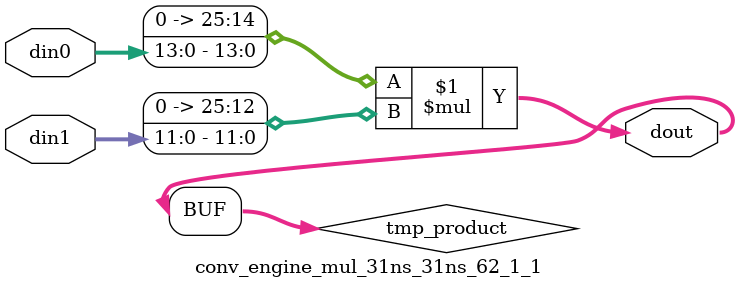
<source format=v>

`timescale 1 ns / 1 ps

 module conv_engine_mul_31ns_31ns_62_1_1(din0, din1, dout);
parameter ID = 1;
parameter NUM_STAGE = 0;
parameter din0_WIDTH = 14;
parameter din1_WIDTH = 12;
parameter dout_WIDTH = 26;

input [din0_WIDTH - 1 : 0] din0; 
input [din1_WIDTH - 1 : 0] din1; 
output [dout_WIDTH - 1 : 0] dout;

wire signed [dout_WIDTH - 1 : 0] tmp_product;
























assign tmp_product = $signed({1'b0, din0}) * $signed({1'b0, din1});











assign dout = tmp_product;





















endmodule

</source>
